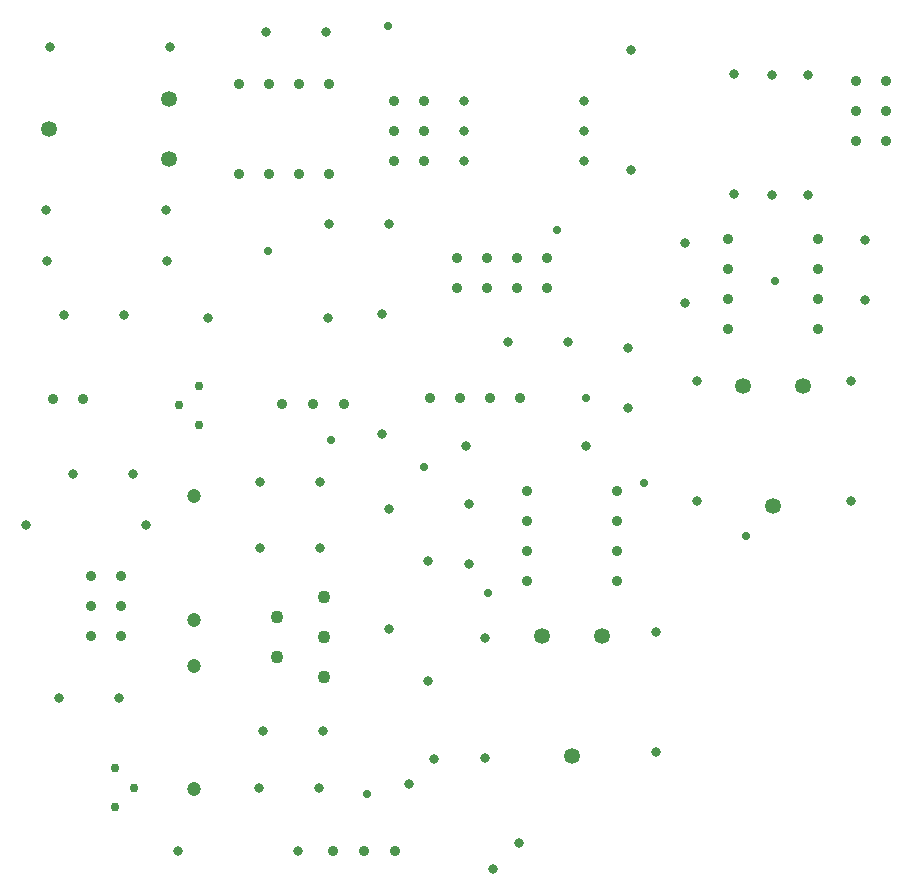
<source format=gbr>
%TF.GenerationSoftware,Altium Limited,Altium Designer,22.4.2 (48)*%
G04 Layer_Color=0*
%FSLAX45Y45*%
%MOMM*%
%TF.SameCoordinates,99241487-3E5C-49DD-A6E2-B0988CEEC4B7*%
%TF.FilePolarity,Positive*%
%TF.FileFunction,Plated,1,2,PTH,Drill*%
%TF.Part,Single*%
G01*
G75*
%TA.AperFunction,ComponentDrill*%
%ADD27C,0.80000*%
%ADD28C,0.76200*%
%ADD29C,0.90000*%
%ADD30C,0.90000*%
%ADD31C,1.10000*%
%ADD32C,0.80000*%
%ADD33C,1.34620*%
%ADD34C,0.80000*%
%ADD35C,1.34620*%
%ADD36C,1.20000*%
%TA.AperFunction,ViaDrill,NotFilled*%
%ADD37C,0.71120*%
D27*
X3441700Y3403600D02*
D03*
Y2387600D02*
D03*
X6362700Y6070600D02*
D03*
X6362700Y7086600D02*
D03*
X6680200Y6057900D02*
D03*
Y7073900D02*
D03*
X7467600Y5168900D02*
D03*
Y5676900D02*
D03*
X6985000Y7073900D02*
D03*
Y6057900D02*
D03*
X5943600Y5143500D02*
D03*
Y5651500D02*
D03*
X7353300Y4483100D02*
D03*
X7353300Y3467100D02*
D03*
X6045200Y4483100D02*
D03*
X6045200Y3467100D02*
D03*
X5702300Y2362200D02*
D03*
Y1346200D02*
D03*
X5461000Y4762500D02*
D03*
Y4254501D02*
D03*
X4114800Y3441700D02*
D03*
Y2933700D02*
D03*
X4254500Y2311400D02*
D03*
Y1295399D02*
D03*
X5486400Y7289800D02*
D03*
Y6273800D02*
D03*
X3378200Y5054600D02*
D03*
Y4038600D02*
D03*
X3771900Y1943100D02*
D03*
Y2959100D02*
D03*
D28*
X1828800Y4445000D02*
D03*
X1663700Y4279900D02*
D03*
X1828800Y4114800D02*
D03*
X1117600Y876300D02*
D03*
X1282700Y1041400D02*
D03*
X1117600Y1206500D02*
D03*
D29*
X5372100Y2794000D02*
D03*
Y3048000D02*
D03*
Y3302000D02*
D03*
Y3556000D02*
D03*
X4610100Y2794000D02*
D03*
Y3048000D02*
D03*
Y3302000D02*
D03*
Y3556000D02*
D03*
X7073900Y4927600D02*
D03*
Y5181600D02*
D03*
Y5435600D02*
D03*
Y5689600D02*
D03*
X6311900Y4927600D02*
D03*
X6311900Y5181600D02*
D03*
Y5435600D02*
D03*
X6311900Y5689600D02*
D03*
X596900Y4330700D02*
D03*
X850900D02*
D03*
X4546600Y4343400D02*
D03*
X4292600D02*
D03*
X4038600D02*
D03*
X3784600D02*
D03*
X4775200Y5524500D02*
D03*
Y5270500D02*
D03*
X4521200Y5524500D02*
D03*
Y5270500D02*
D03*
X4267200Y5524500D02*
D03*
Y5270500D02*
D03*
X4013200Y5524500D02*
D03*
Y5270500D02*
D03*
D30*
X2534000Y4292600D02*
D03*
X3054000D02*
D03*
X2794000D02*
D03*
X7391400Y7023100D02*
D03*
X7645400D02*
D03*
X7391400Y6769100D02*
D03*
X7645400D02*
D03*
X7391400Y6515100D02*
D03*
X7645400Y6515100D02*
D03*
X2171700Y6235700D02*
D03*
X2425700D02*
D03*
X2679700D02*
D03*
X2933700D02*
D03*
X2171700Y6997700D02*
D03*
X2425700D02*
D03*
X2679700D02*
D03*
X2933700D02*
D03*
X3733800Y6350000D02*
D03*
X3479800D02*
D03*
X3733800Y6604000D02*
D03*
X3479800D02*
D03*
X3733800Y6858000D02*
D03*
X3479800D02*
D03*
X914400Y2832100D02*
D03*
X1168400D02*
D03*
X914400Y2578100D02*
D03*
X1168400D02*
D03*
X914400Y2324100D02*
D03*
X1168400D02*
D03*
X2965800Y508000D02*
D03*
X3485800D02*
D03*
X3225800D02*
D03*
D31*
X2887200Y2316300D02*
D03*
X2887200Y2656300D02*
D03*
X2489200Y2486300D02*
D03*
Y2146300D02*
D03*
X2887200Y1976300D02*
D03*
D32*
X368300Y3263900D02*
D03*
X1384300D02*
D03*
X1651000Y508000D02*
D03*
X2667000Y508000D02*
D03*
X4953000Y4813300D02*
D03*
X4445000D02*
D03*
X5105400Y3937000D02*
D03*
X4089400D02*
D03*
X3441700Y5816600D02*
D03*
X2933700D02*
D03*
X1193800Y5041900D02*
D03*
X685800D02*
D03*
X546100Y5499100D02*
D03*
X1562100D02*
D03*
X1549400Y5930900D02*
D03*
X533400Y5930900D02*
D03*
X1587500Y7315200D02*
D03*
X571500D02*
D03*
X2400300Y7442200D02*
D03*
X2908300D02*
D03*
X4076700Y6858000D02*
D03*
X5092700D02*
D03*
X4076700Y6604000D02*
D03*
X5092700D02*
D03*
X4076700Y6350000D02*
D03*
X5092700D02*
D03*
X2857500Y3073400D02*
D03*
X2349500D02*
D03*
X1905000Y5016500D02*
D03*
X2921000D02*
D03*
X2857500Y3632200D02*
D03*
X2349500D02*
D03*
X1155700Y1803400D02*
D03*
X647700D02*
D03*
X762000Y3695700D02*
D03*
X1270000D02*
D03*
X2882900Y1524000D02*
D03*
X2374900D02*
D03*
X2844800Y1041400D02*
D03*
X2336800D02*
D03*
D33*
X6438900Y4445000D02*
D03*
X6946900D02*
D03*
X6692900Y3429000D02*
D03*
X4737100Y2324100D02*
D03*
X5245100D02*
D03*
X4991100Y1308100D02*
D03*
D34*
X3603189Y1070410D02*
D03*
X4321610Y351990D02*
D03*
X4537510Y567890D02*
D03*
X3819090Y1286310D02*
D03*
D35*
X1574800Y6870700D02*
D03*
Y6362700D02*
D03*
X558800Y6616700D02*
D03*
D36*
X1790700Y2461500D02*
D03*
Y3507500D02*
D03*
Y1026400D02*
D03*
Y2072400D02*
D03*
D37*
X3733800Y3759200D02*
D03*
X5105400Y4343400D02*
D03*
X6705600Y5334000D02*
D03*
X3429000Y7493000D02*
D03*
X2946400Y3987800D02*
D03*
X3251200Y990600D02*
D03*
X2413000Y5588000D02*
D03*
X4864100Y5765800D02*
D03*
X5600700Y3619500D02*
D03*
X4279900Y2692400D02*
D03*
X6464300Y3175000D02*
D03*
%TF.MD5,782dca1429dd02d27f532696c146e23d*%
M02*

</source>
